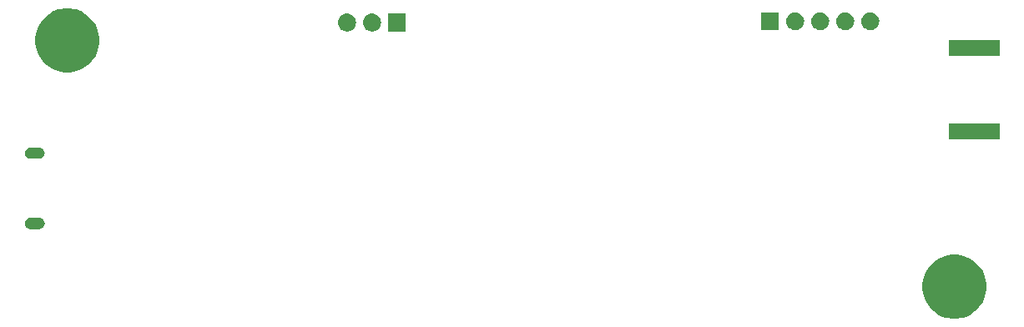
<source format=gbr>
G04 #@! TF.GenerationSoftware,KiCad,Pcbnew,5.0.2+dfsg1-1*
G04 #@! TF.CreationDate,2021-02-25T16:07:11+01:00*
G04 #@! TF.ProjectId,Pager-Interface (KiCAD),50616765-722d-4496-9e74-657266616365,rev?*
G04 #@! TF.SameCoordinates,Original*
G04 #@! TF.FileFunction,Soldermask,Bot*
G04 #@! TF.FilePolarity,Negative*
%FSLAX46Y46*%
G04 Gerber Fmt 4.6, Leading zero omitted, Abs format (unit mm)*
G04 Created by KiCad (PCBNEW 5.0.2+dfsg1-1) date Thu 25 Feb 2021 16:07:11 CET*
%MOMM*%
%LPD*%
G01*
G04 APERTURE LIST*
%ADD10C,0.100000*%
G04 APERTURE END LIST*
D10*
G36*
X134634239Y-122811467D02*
X134948282Y-122873934D01*
X135539926Y-123119001D01*
X136068802Y-123472385D01*
X136072395Y-123474786D01*
X136525214Y-123927605D01*
X136525216Y-123927608D01*
X136880999Y-124460074D01*
X137126066Y-125051718D01*
X137251000Y-125679804D01*
X137251000Y-126320196D01*
X137126066Y-126948282D01*
X136880999Y-127539926D01*
X136527615Y-128068802D01*
X136525214Y-128072395D01*
X136072395Y-128525214D01*
X136072392Y-128525216D01*
X135539926Y-128880999D01*
X134948282Y-129126066D01*
X134634239Y-129188533D01*
X134320197Y-129251000D01*
X133679803Y-129251000D01*
X133365761Y-129188533D01*
X133051718Y-129126066D01*
X132460074Y-128880999D01*
X131927608Y-128525216D01*
X131927605Y-128525214D01*
X131474786Y-128072395D01*
X131472385Y-128068802D01*
X131119001Y-127539926D01*
X130873934Y-126948282D01*
X130749000Y-126320196D01*
X130749000Y-125679804D01*
X130873934Y-125051718D01*
X131119001Y-124460074D01*
X131474784Y-123927608D01*
X131474786Y-123927605D01*
X131927605Y-123474786D01*
X131931198Y-123472385D01*
X132460074Y-123119001D01*
X133051718Y-122873934D01*
X133365761Y-122811467D01*
X133679803Y-122749000D01*
X134320197Y-122749000D01*
X134634239Y-122811467D01*
X134634239Y-122811467D01*
G37*
G36*
X41247916Y-119007334D02*
X41356492Y-119040271D01*
X41456557Y-119093756D01*
X41544264Y-119165736D01*
X41616244Y-119253443D01*
X41669729Y-119353508D01*
X41702666Y-119462084D01*
X41713787Y-119575000D01*
X41702666Y-119687916D01*
X41669729Y-119796492D01*
X41616244Y-119896557D01*
X41544264Y-119984264D01*
X41456557Y-120056244D01*
X41356492Y-120109729D01*
X41247916Y-120142666D01*
X41163298Y-120151000D01*
X40256702Y-120151000D01*
X40172084Y-120142666D01*
X40063508Y-120109729D01*
X39963443Y-120056244D01*
X39875736Y-119984264D01*
X39803756Y-119896557D01*
X39750271Y-119796492D01*
X39717334Y-119687916D01*
X39706213Y-119575000D01*
X39717334Y-119462084D01*
X39750271Y-119353508D01*
X39803756Y-119253443D01*
X39875736Y-119165736D01*
X39963443Y-119093756D01*
X40063508Y-119040271D01*
X40172084Y-119007334D01*
X40256702Y-118999000D01*
X41163298Y-118999000D01*
X41247916Y-119007334D01*
X41247916Y-119007334D01*
G37*
G36*
X41247916Y-111857334D02*
X41356492Y-111890271D01*
X41456557Y-111943756D01*
X41544264Y-112015736D01*
X41616244Y-112103443D01*
X41669729Y-112203508D01*
X41702666Y-112312084D01*
X41713787Y-112425000D01*
X41702666Y-112537916D01*
X41669729Y-112646492D01*
X41616244Y-112746557D01*
X41544264Y-112834264D01*
X41456557Y-112906244D01*
X41356492Y-112959729D01*
X41247916Y-112992666D01*
X41163298Y-113001000D01*
X40256702Y-113001000D01*
X40172084Y-112992666D01*
X40063508Y-112959729D01*
X39963443Y-112906244D01*
X39875736Y-112834264D01*
X39803756Y-112746557D01*
X39750271Y-112646492D01*
X39717334Y-112537916D01*
X39706213Y-112425000D01*
X39717334Y-112312084D01*
X39750271Y-112203508D01*
X39803756Y-112103443D01*
X39875736Y-112015736D01*
X39963443Y-111943756D01*
X40063508Y-111890271D01*
X40172084Y-111857334D01*
X40256702Y-111849000D01*
X41163298Y-111849000D01*
X41247916Y-111857334D01*
X41247916Y-111857334D01*
G37*
G36*
X138591000Y-111051000D02*
X133409000Y-111051000D01*
X133409000Y-109449000D01*
X138591000Y-109449000D01*
X138591000Y-111051000D01*
X138591000Y-111051000D01*
G37*
G36*
X44634239Y-97811467D02*
X44948282Y-97873934D01*
X45539926Y-98119001D01*
X45821618Y-98307222D01*
X46072395Y-98474786D01*
X46525214Y-98927605D01*
X46525216Y-98927608D01*
X46880999Y-99460074D01*
X47126066Y-100051718D01*
X47251000Y-100679804D01*
X47251000Y-101320196D01*
X47126066Y-101948282D01*
X46880999Y-102539926D01*
X46527615Y-103068802D01*
X46525214Y-103072395D01*
X46072395Y-103525214D01*
X46072392Y-103525216D01*
X45539926Y-103880999D01*
X44948282Y-104126066D01*
X44634239Y-104188533D01*
X44320197Y-104251000D01*
X43679803Y-104251000D01*
X43365761Y-104188533D01*
X43051718Y-104126066D01*
X42460074Y-103880999D01*
X41927608Y-103525216D01*
X41927605Y-103525214D01*
X41474786Y-103072395D01*
X41472385Y-103068802D01*
X41119001Y-102539926D01*
X40873934Y-101948282D01*
X40749000Y-101320196D01*
X40749000Y-100679804D01*
X40873934Y-100051718D01*
X41119001Y-99460074D01*
X41474784Y-98927608D01*
X41474786Y-98927605D01*
X41927605Y-98474786D01*
X42178382Y-98307222D01*
X42460074Y-98119001D01*
X43051718Y-97873934D01*
X43365761Y-97811467D01*
X43679803Y-97749000D01*
X44320197Y-97749000D01*
X44634239Y-97811467D01*
X44634239Y-97811467D01*
G37*
G36*
X138591000Y-102551000D02*
X133409000Y-102551000D01*
X133409000Y-100949000D01*
X138591000Y-100949000D01*
X138591000Y-102551000D01*
X138591000Y-102551000D01*
G37*
G36*
X72500443Y-98292519D02*
X72566627Y-98299037D01*
X72679853Y-98333384D01*
X72736467Y-98350557D01*
X72866036Y-98419814D01*
X72892991Y-98434222D01*
X72928729Y-98463552D01*
X73030186Y-98546814D01*
X73113448Y-98648271D01*
X73142778Y-98684009D01*
X73142779Y-98684011D01*
X73226443Y-98840533D01*
X73226443Y-98840534D01*
X73277963Y-99010373D01*
X73295359Y-99187000D01*
X73277963Y-99363627D01*
X73248706Y-99460074D01*
X73226443Y-99533467D01*
X73152348Y-99672087D01*
X73142778Y-99689991D01*
X73134411Y-99700186D01*
X73030186Y-99827186D01*
X72928729Y-99910448D01*
X72892991Y-99939778D01*
X72892989Y-99939779D01*
X72736467Y-100023443D01*
X72679853Y-100040616D01*
X72566627Y-100074963D01*
X72500443Y-100081481D01*
X72434260Y-100088000D01*
X72345740Y-100088000D01*
X72279558Y-100081482D01*
X72213373Y-100074963D01*
X72100147Y-100040616D01*
X72043533Y-100023443D01*
X71887011Y-99939779D01*
X71887009Y-99939778D01*
X71851271Y-99910448D01*
X71749814Y-99827186D01*
X71645589Y-99700186D01*
X71637222Y-99689991D01*
X71627652Y-99672087D01*
X71553557Y-99533467D01*
X71531294Y-99460074D01*
X71502037Y-99363627D01*
X71484641Y-99187000D01*
X71502037Y-99010373D01*
X71553557Y-98840534D01*
X71553557Y-98840533D01*
X71637221Y-98684011D01*
X71637222Y-98684009D01*
X71666552Y-98648271D01*
X71749814Y-98546814D01*
X71851271Y-98463552D01*
X71887009Y-98434222D01*
X71913964Y-98419814D01*
X72043533Y-98350557D01*
X72100147Y-98333384D01*
X72213373Y-98299037D01*
X72279557Y-98292519D01*
X72345740Y-98286000D01*
X72434260Y-98286000D01*
X72500443Y-98292519D01*
X72500443Y-98292519D01*
G37*
G36*
X75040443Y-98292519D02*
X75106627Y-98299037D01*
X75219853Y-98333384D01*
X75276467Y-98350557D01*
X75406036Y-98419814D01*
X75432991Y-98434222D01*
X75468729Y-98463552D01*
X75570186Y-98546814D01*
X75653448Y-98648271D01*
X75682778Y-98684009D01*
X75682779Y-98684011D01*
X75766443Y-98840533D01*
X75766443Y-98840534D01*
X75817963Y-99010373D01*
X75835359Y-99187000D01*
X75817963Y-99363627D01*
X75788706Y-99460074D01*
X75766443Y-99533467D01*
X75692348Y-99672087D01*
X75682778Y-99689991D01*
X75674411Y-99700186D01*
X75570186Y-99827186D01*
X75468729Y-99910448D01*
X75432991Y-99939778D01*
X75432989Y-99939779D01*
X75276467Y-100023443D01*
X75219853Y-100040616D01*
X75106627Y-100074963D01*
X75040443Y-100081481D01*
X74974260Y-100088000D01*
X74885740Y-100088000D01*
X74819558Y-100081482D01*
X74753373Y-100074963D01*
X74640147Y-100040616D01*
X74583533Y-100023443D01*
X74427011Y-99939779D01*
X74427009Y-99939778D01*
X74391271Y-99910448D01*
X74289814Y-99827186D01*
X74185589Y-99700186D01*
X74177222Y-99689991D01*
X74167652Y-99672087D01*
X74093557Y-99533467D01*
X74071294Y-99460074D01*
X74042037Y-99363627D01*
X74024641Y-99187000D01*
X74042037Y-99010373D01*
X74093557Y-98840534D01*
X74093557Y-98840533D01*
X74177221Y-98684011D01*
X74177222Y-98684009D01*
X74206552Y-98648271D01*
X74289814Y-98546814D01*
X74391271Y-98463552D01*
X74427009Y-98434222D01*
X74453964Y-98419814D01*
X74583533Y-98350557D01*
X74640147Y-98333384D01*
X74753373Y-98299037D01*
X74819557Y-98292519D01*
X74885740Y-98286000D01*
X74974260Y-98286000D01*
X75040443Y-98292519D01*
X75040443Y-98292519D01*
G37*
G36*
X78371000Y-100088000D02*
X76569000Y-100088000D01*
X76569000Y-98286000D01*
X78371000Y-98286000D01*
X78371000Y-100088000D01*
X78371000Y-100088000D01*
G37*
G36*
X117966443Y-98165519D02*
X118032627Y-98172037D01*
X118145853Y-98206384D01*
X118202467Y-98223557D01*
X118319288Y-98286000D01*
X118358991Y-98307222D01*
X118394729Y-98336552D01*
X118496186Y-98419814D01*
X118579448Y-98521271D01*
X118608778Y-98557009D01*
X118608779Y-98557011D01*
X118692443Y-98713533D01*
X118692443Y-98713534D01*
X118743963Y-98883373D01*
X118761359Y-99060000D01*
X118743963Y-99236627D01*
X118709616Y-99349853D01*
X118692443Y-99406467D01*
X118663789Y-99460074D01*
X118608778Y-99562991D01*
X118579448Y-99598729D01*
X118496186Y-99700186D01*
X118394729Y-99783448D01*
X118358991Y-99812778D01*
X118358989Y-99812779D01*
X118202467Y-99896443D01*
X118145853Y-99913616D01*
X118032627Y-99947963D01*
X117966443Y-99954481D01*
X117900260Y-99961000D01*
X117811740Y-99961000D01*
X117745557Y-99954481D01*
X117679373Y-99947963D01*
X117566147Y-99913616D01*
X117509533Y-99896443D01*
X117353011Y-99812779D01*
X117353009Y-99812778D01*
X117317271Y-99783448D01*
X117215814Y-99700186D01*
X117132552Y-99598729D01*
X117103222Y-99562991D01*
X117048211Y-99460074D01*
X117019557Y-99406467D01*
X117002384Y-99349853D01*
X116968037Y-99236627D01*
X116950641Y-99060000D01*
X116968037Y-98883373D01*
X117019557Y-98713534D01*
X117019557Y-98713533D01*
X117103221Y-98557011D01*
X117103222Y-98557009D01*
X117132552Y-98521271D01*
X117215814Y-98419814D01*
X117317271Y-98336552D01*
X117353009Y-98307222D01*
X117392712Y-98286000D01*
X117509533Y-98223557D01*
X117566147Y-98206384D01*
X117679373Y-98172037D01*
X117745557Y-98165519D01*
X117811740Y-98159000D01*
X117900260Y-98159000D01*
X117966443Y-98165519D01*
X117966443Y-98165519D01*
G37*
G36*
X116217000Y-99961000D02*
X114415000Y-99961000D01*
X114415000Y-98159000D01*
X116217000Y-98159000D01*
X116217000Y-99961000D01*
X116217000Y-99961000D01*
G37*
G36*
X120506443Y-98165519D02*
X120572627Y-98172037D01*
X120685853Y-98206384D01*
X120742467Y-98223557D01*
X120859288Y-98286000D01*
X120898991Y-98307222D01*
X120934729Y-98336552D01*
X121036186Y-98419814D01*
X121119448Y-98521271D01*
X121148778Y-98557009D01*
X121148779Y-98557011D01*
X121232443Y-98713533D01*
X121232443Y-98713534D01*
X121283963Y-98883373D01*
X121301359Y-99060000D01*
X121283963Y-99236627D01*
X121249616Y-99349853D01*
X121232443Y-99406467D01*
X121203789Y-99460074D01*
X121148778Y-99562991D01*
X121119448Y-99598729D01*
X121036186Y-99700186D01*
X120934729Y-99783448D01*
X120898991Y-99812778D01*
X120898989Y-99812779D01*
X120742467Y-99896443D01*
X120685853Y-99913616D01*
X120572627Y-99947963D01*
X120506443Y-99954481D01*
X120440260Y-99961000D01*
X120351740Y-99961000D01*
X120285557Y-99954481D01*
X120219373Y-99947963D01*
X120106147Y-99913616D01*
X120049533Y-99896443D01*
X119893011Y-99812779D01*
X119893009Y-99812778D01*
X119857271Y-99783448D01*
X119755814Y-99700186D01*
X119672552Y-99598729D01*
X119643222Y-99562991D01*
X119588211Y-99460074D01*
X119559557Y-99406467D01*
X119542384Y-99349853D01*
X119508037Y-99236627D01*
X119490641Y-99060000D01*
X119508037Y-98883373D01*
X119559557Y-98713534D01*
X119559557Y-98713533D01*
X119643221Y-98557011D01*
X119643222Y-98557009D01*
X119672552Y-98521271D01*
X119755814Y-98419814D01*
X119857271Y-98336552D01*
X119893009Y-98307222D01*
X119932712Y-98286000D01*
X120049533Y-98223557D01*
X120106147Y-98206384D01*
X120219373Y-98172037D01*
X120285557Y-98165519D01*
X120351740Y-98159000D01*
X120440260Y-98159000D01*
X120506443Y-98165519D01*
X120506443Y-98165519D01*
G37*
G36*
X123046443Y-98165519D02*
X123112627Y-98172037D01*
X123225853Y-98206384D01*
X123282467Y-98223557D01*
X123399288Y-98286000D01*
X123438991Y-98307222D01*
X123474729Y-98336552D01*
X123576186Y-98419814D01*
X123659448Y-98521271D01*
X123688778Y-98557009D01*
X123688779Y-98557011D01*
X123772443Y-98713533D01*
X123772443Y-98713534D01*
X123823963Y-98883373D01*
X123841359Y-99060000D01*
X123823963Y-99236627D01*
X123789616Y-99349853D01*
X123772443Y-99406467D01*
X123743789Y-99460074D01*
X123688778Y-99562991D01*
X123659448Y-99598729D01*
X123576186Y-99700186D01*
X123474729Y-99783448D01*
X123438991Y-99812778D01*
X123438989Y-99812779D01*
X123282467Y-99896443D01*
X123225853Y-99913616D01*
X123112627Y-99947963D01*
X123046443Y-99954481D01*
X122980260Y-99961000D01*
X122891740Y-99961000D01*
X122825557Y-99954481D01*
X122759373Y-99947963D01*
X122646147Y-99913616D01*
X122589533Y-99896443D01*
X122433011Y-99812779D01*
X122433009Y-99812778D01*
X122397271Y-99783448D01*
X122295814Y-99700186D01*
X122212552Y-99598729D01*
X122183222Y-99562991D01*
X122128211Y-99460074D01*
X122099557Y-99406467D01*
X122082384Y-99349853D01*
X122048037Y-99236627D01*
X122030641Y-99060000D01*
X122048037Y-98883373D01*
X122099557Y-98713534D01*
X122099557Y-98713533D01*
X122183221Y-98557011D01*
X122183222Y-98557009D01*
X122212552Y-98521271D01*
X122295814Y-98419814D01*
X122397271Y-98336552D01*
X122433009Y-98307222D01*
X122472712Y-98286000D01*
X122589533Y-98223557D01*
X122646147Y-98206384D01*
X122759373Y-98172037D01*
X122825557Y-98165519D01*
X122891740Y-98159000D01*
X122980260Y-98159000D01*
X123046443Y-98165519D01*
X123046443Y-98165519D01*
G37*
G36*
X125586443Y-98165519D02*
X125652627Y-98172037D01*
X125765853Y-98206384D01*
X125822467Y-98223557D01*
X125939288Y-98286000D01*
X125978991Y-98307222D01*
X126014729Y-98336552D01*
X126116186Y-98419814D01*
X126199448Y-98521271D01*
X126228778Y-98557009D01*
X126228779Y-98557011D01*
X126312443Y-98713533D01*
X126312443Y-98713534D01*
X126363963Y-98883373D01*
X126381359Y-99060000D01*
X126363963Y-99236627D01*
X126329616Y-99349853D01*
X126312443Y-99406467D01*
X126283789Y-99460074D01*
X126228778Y-99562991D01*
X126199448Y-99598729D01*
X126116186Y-99700186D01*
X126014729Y-99783448D01*
X125978991Y-99812778D01*
X125978989Y-99812779D01*
X125822467Y-99896443D01*
X125765853Y-99913616D01*
X125652627Y-99947963D01*
X125586443Y-99954481D01*
X125520260Y-99961000D01*
X125431740Y-99961000D01*
X125365557Y-99954481D01*
X125299373Y-99947963D01*
X125186147Y-99913616D01*
X125129533Y-99896443D01*
X124973011Y-99812779D01*
X124973009Y-99812778D01*
X124937271Y-99783448D01*
X124835814Y-99700186D01*
X124752552Y-99598729D01*
X124723222Y-99562991D01*
X124668211Y-99460074D01*
X124639557Y-99406467D01*
X124622384Y-99349853D01*
X124588037Y-99236627D01*
X124570641Y-99060000D01*
X124588037Y-98883373D01*
X124639557Y-98713534D01*
X124639557Y-98713533D01*
X124723221Y-98557011D01*
X124723222Y-98557009D01*
X124752552Y-98521271D01*
X124835814Y-98419814D01*
X124937271Y-98336552D01*
X124973009Y-98307222D01*
X125012712Y-98286000D01*
X125129533Y-98223557D01*
X125186147Y-98206384D01*
X125299373Y-98172037D01*
X125365557Y-98165519D01*
X125431740Y-98159000D01*
X125520260Y-98159000D01*
X125586443Y-98165519D01*
X125586443Y-98165519D01*
G37*
M02*

</source>
